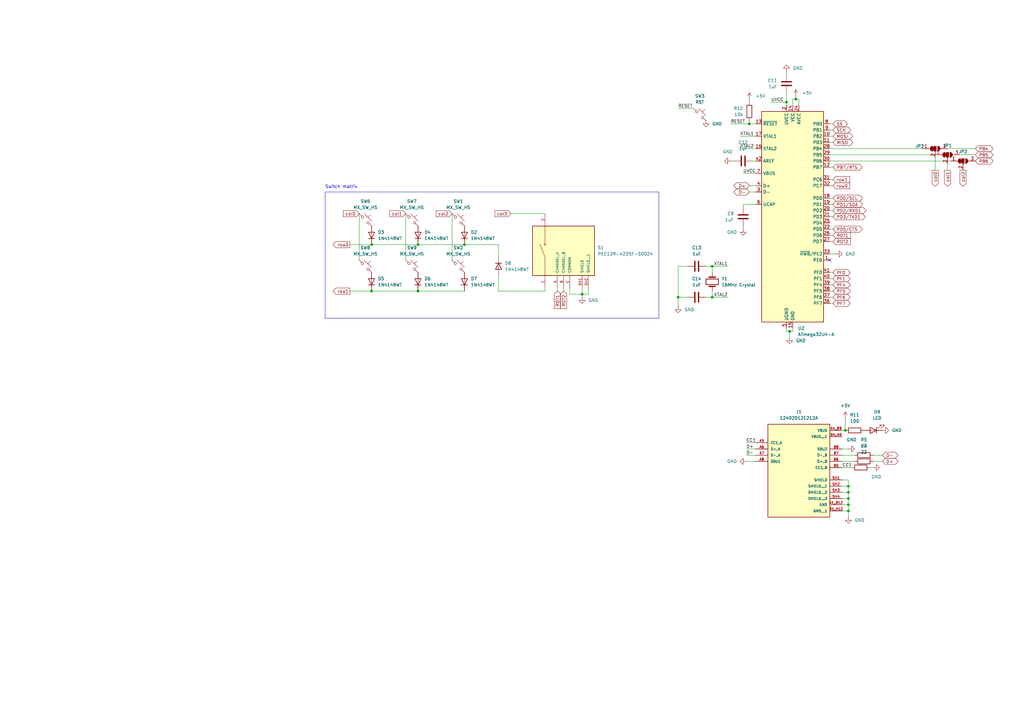
<source format=kicad_sch>
(kicad_sch (version 20250114) (generator "eeschema") (generator_version "9.0")
  (paper "A3")
  (lib_symbols
    (symbol "12402012E212A:12402012E212A" (pin_names (offset 1.016))
      (property "Reference" "J" (at -12.7 13.462 0))
      (property "Value" "12402012E212A" (at -12.7 -26.162 0))
      (symbol "12402012E212A_0_0"
        (rectangle (start -12.7 -25.4) (end 12.7 12.7) (stroke (width 0.254)) (fill (type background)))
        (pin bidirectional line (at -17.78 5.08 0) (length 5.08) (name "CC1_A") (number "A5"))
        (pin bidirectional line (at -17.78 2.54 0) (length 5.08) (name "D+_A") (number "A6"))
        (pin bidirectional line (at -17.78 0 0) (length 5.08) (name "D-_A") (number "A7"))
        (pin bidirectional line (at -17.78 -2.54 0) (length 5.08) (name "SBU1") (number "A8"))
        (pin power_in line (at 17.78 10.16 180) (length 5.08) (name "VBUS") (number "A4_B9"))
        (pin power_in line (at 17.78 7.62 180) (length 5.08) (name "VBUS__1") (number "B4_A9"))
        (pin bidirectional line (at 17.78 2.54 180) (length 5.08) (name "SBU2") (number "B8"))
        (pin bidirectional line (at 17.78 0 180) (length 5.08) (name "D-_B") (number "B7"))
        (pin bidirectional line (at 17.78 -2.54 180) (length 5.08) (name "D+_B") (number "B6"))
        (pin bidirectional line (at 17.78 -5.08 180) (length 5.08) (name "CC1_B") (number "B5"))
        (pin passive line (at 17.78 -10.16 180) (length 5.08) (name "SHIELD") (number "SH1"))
        (pin passive line (at 17.78 -12.7 180) (length 5.08) (name "SHIELD__1") (number "SH2"))
        (pin passive line (at 17.78 -15.24 180) (length 5.08) (name "SHIELD__2") (number "SH3"))
        (pin passive line (at 17.78 -17.78 180) (length 5.08) (name "SHIELD__3") (number "SH4"))
        (pin power_in line (at 17.78 -20.32 180) (length 5.08) (name "GND") (number "A1_B12"))
        (pin power_in line (at 17.78 -22.86 180) (length 5.08) (name "GND__1") (number "B1_A12"))
      )
    )
    (symbol "Device:C" (pin_numbers (hide yes)) (pin_names (offset 0.254))
      (property "Reference" "C" (at 0.635 2.54 0))
      (property "Value" "C" (at 0.635 -2.54 0))
      (symbol "C_0_1"
        (polyline (pts (xy -2.032 0.762) (xy 2.032 0.762)) (stroke (width 0.508)))
        (polyline (pts (xy -2.032 -0.762) (xy 2.032 -0.762)) (stroke (width 0.508)))
      )
      (symbol "C_1_1"
        (pin passive line (at 0 3.81 270) (length 2.794) (name "~") (number "1"))
        (pin passive line (at 0 -3.81 90) (length 2.794) (name "~") (number "2"))
      )
    )
    (symbol "Device:Crystal" (pin_numbers (hide yes)) (pin_names (offset 1.016) (hide yes))
      (property "Reference" "Y" (at 0 3.81 0))
      (property "Value" "Crystal" (at 0 -3.81 0))
      (symbol "Crystal_0_1"
        (polyline (pts (xy -2.54 0) (xy -1.905 0)))
        (polyline (pts (xy -1.905 -1.27) (xy -1.905 1.27)) (stroke (width 0.508)))
        (rectangle (start -1.143 2.54) (end 1.143 -2.54) (stroke (width 0.3048)))
        (polyline (pts (xy 1.905 -1.27) (xy 1.905 1.27)) (stroke (width 0.508)))
        (polyline (pts (xy 2.54 0) (xy 1.905 0)))
      )
      (symbol "Crystal_1_1"
        (pin passive line (at -3.81 0 0) (length 1.27) (name "1") (number "1"))
        (pin passive line (at 3.81 0 180) (length 1.27) (name "2") (number "2"))
      )
    )
    (symbol "Device:LED" (pin_numbers (hide yes)) (pin_names (offset 1.016) (hide yes))
      (property "Reference" "D" (at 0 2.54 0))
      (property "Value" "LED" (at 0 -2.54 0))
      (symbol "LED_0_1"
        (polyline (pts (xy -3.048 -0.762) (xy -4.572 -2.286) (xy -3.81 -2.286) (xy -4.572 -2.286) (xy -4.572 -1.524)))
        (polyline (pts (xy -1.778 -0.762) (xy -3.302 -2.286) (xy -2.54 -2.286) (xy -3.302 -2.286) (xy -3.302 -1.524)))
        (polyline (pts (xy -1.27 0) (xy 1.27 0)))
        (polyline (pts (xy -1.27 -1.27) (xy -1.27 1.27)) (stroke (width 0.254)))
        (polyline (pts (xy 1.27 -1.27) (xy 1.27 1.27) (xy -1.27 0) (xy 1.27 -1.27)) (stroke (width 0.254)))
      )
      (symbol "LED_1_1"
        (pin passive line (at -3.81 0 0) (length 2.54) (name "K") (number "1"))
        (pin passive line (at 3.81 0 180) (length 2.54) (name "A") (number "2"))
      )
    )
    (symbol "Device:R" (pin_numbers (hide yes)) (pin_names (offset 0))
      (property "Reference" "R" (at 2.032 0 90))
      (property "Value" "R" (at 0 0 90))
      (symbol "R_0_1"
        (rectangle (start -1.016 -2.54) (end 1.016 2.54) (stroke (width 0.254)))
      )
      (symbol "R_1_1"
        (pin passive line (at 0 3.81 270) (length 1.27) (name "~") (number "1"))
        (pin passive line (at 0 -3.81 90) (length 1.27) (name "~") (number "2"))
      )
    )
    (symbol "Diode:1N4148WT" (pin_numbers (hide yes)) (pin_names (hide yes))
      (property "Reference" "D" (at 0 2.54 0))
      (property "Value" "1N4148WT" (at 0 -2.54 0))
      (symbol "1N4148WT_0_1"
        (polyline (pts (xy -1.27 1.27) (xy -1.27 -1.27)) (stroke (width 0.254)))
        (polyline (pts (xy 1.27 1.27) (xy 1.27 -1.27) (xy -1.27 0) (xy 1.27 1.27)) (stroke (width 0.254)))
        (polyline (pts (xy 1.27 0) (xy -1.27 0)))
      )
      (symbol "1N4148WT_1_1"
        (pin passive line (at -3.81 0 0) (length 2.54) (name "K") (number "1"))
        (pin passive line (at 3.81 0 180) (length 2.54) (name "A") (number "2"))
      )
    )
    (symbol "Jumper:SolderJumper_3_Bridged12" (pin_names (offset 0) (hide yes)) (in_bom no)
      (property "Reference" "JP" (at -2.54 -2.54 0))
      (property "Value" "SolderJumper_3_Bridged12" (at 0 2.794 0))
      (symbol "SolderJumper_3_Bridged12_0_1"
        (polyline (pts (xy -2.54 0) (xy -2.032 0)))
        (polyline (pts (xy -1.016 1.016) (xy -1.016 -1.016)))
        (rectangle (start -1.016 0.508) (end -0.508 -0.508) (fill (type outline)))
        (arc (start -1.016 -1.016) (mid -2.0276 0) (end -1.016 1.016))
        (arc (start -1.016 -1.016) (mid -2.0276 0) (end -1.016 1.016) (fill (type outline)))
        (rectangle (start -0.508 1.016) (end 0.508 -1.016) (fill (type outline)))
        (polyline (pts (xy 0 -1.27) (xy 0 -1.016)))
        (arc (start 1.016 1.016) (mid 2.0276 0) (end 1.016 -1.016))
        (arc (start 1.016 1.016) (mid 2.0276 0) (end 1.016 -1.016) (fill (type outline)))
        (polyline (pts (xy 1.016 1.016) (xy 1.016 -1.016)))
        (polyline (pts (xy 2.54 0) (xy 2.032 0)))
      )
      (symbol "SolderJumper_3_Bridged12_1_1"
        (pin passive line (at -5.08 0 0) (length 2.54) (name "A") (number "1"))
        (pin passive line (at 0 -3.81 90) (length 2.54) (name "C") (number "2"))
        (pin passive line (at 5.08 0 180) (length 2.54) (name "B") (number "3"))
      )
    )
    (symbol "MCU_Microchip_ATmega:ATmega32U4-A"
      (property "Reference" "U" (at -12.7 44.45 0))
      (property "Value" "ATmega32U4-A" (at 2.54 -44.45 0))
      (symbol "ATmega32U4-A_0_1"
        (rectangle (start -12.7 -43.18) (end 12.7 43.18) (stroke (width 0.254)) (fill (type background)))
      )
      (symbol "ATmega32U4-A_1_1"
        (pin input line (at -15.24 38.1 0) (length 2.54) (name "~{RESET}") (number "13"))
        (pin input line (at -15.24 33.02 0) (length 2.54) (name "XTAL1") (number "17"))
        (pin output line (at -15.24 27.94 0) (length 2.54) (name "XTAL2") (number "16"))
        (pin passive line (at -15.24 22.86 0) (length 2.54) (name "AREF") (number "42"))
        (pin input line (at -15.24 17.78 0) (length 2.54) (name "VBUS") (number "7"))
        (pin bidirectional line (at -15.24 12.7 0) (length 2.54) (name "D+") (number "4"))
        (pin bidirectional line (at -15.24 10.16 0) (length 2.54) (name "D-") (number "3"))
        (pin passive line (at -15.24 5.08 0) (length 2.54) (name "UCAP") (number "6"))
        (pin power_in line (at -2.54 45.72 270) (length 2.54) (name "UVCC") (number "2"))
        (pin passive line (at -2.54 -45.72 90) (length 2.54) (name "UGND") (number "5"))
        (pin power_in line (at 0 45.72 270) (length 2.54) (name "VCC") (number "14"))
        (pin passive line (at 0 45.72 270) (length 2.54) (hide yes) (name "VCC") (number "34"))
        (pin power_in line (at 0 -45.72 90) (length 2.54) (name "GND") (number "15"))
        (pin passive line (at 0 -45.72 90) (length 2.54) (hide yes) (name "GND") (number "23"))
        (pin passive line (at 0 -45.72 90) (length 2.54) (hide yes) (name "GND") (number "35"))
        (pin passive line (at 0 -45.72 90) (length 2.54) (hide yes) (name "GND") (number "43"))
        (pin power_in line (at 2.54 45.72 270) (length 2.54) (name "AVCC") (number "24"))
        (pin passive line (at 2.54 45.72 270) (length 2.54) (hide yes) (name "AVCC") (number "44"))
        (pin bidirectional line (at 15.24 38.1 180) (length 2.54) (name "PB0") (number "8"))
        (pin bidirectional line (at 15.24 35.56 180) (length 2.54) (name "PB1") (number "9"))
        (pin bidirectional line (at 15.24 33.02 180) (length 2.54) (name "PB2") (number "10"))
        (pin bidirectional line (at 15.24 30.48 180) (length 2.54) (name "PB3") (number "11"))
        (pin bidirectional line (at 15.24 27.94 180) (length 2.54) (name "PB4") (number "28"))
        (pin bidirectional line (at 15.24 25.4 180) (length 2.54) (name "PB5") (number "29"))
        (pin bidirectional line (at 15.24 22.86 180) (length 2.54) (name "PB6") (number "30"))
        (pin bidirectional line (at 15.24 20.32 180) (length 2.54) (name "PB7") (number "12"))
        (pin bidirectional line (at 15.24 15.24 180) (length 2.54) (name "PC6") (number "31"))
        (pin bidirectional line (at 15.24 12.7 180) (length 2.54) (name "PC7") (number "32"))
        (pin bidirectional line (at 15.24 7.62 180) (length 2.54) (name "PD0") (number "18"))
        (pin bidirectional line (at 15.24 5.08 180) (length 2.54) (name "PD1") (number "19"))
        (pin bidirectional line (at 15.24 2.54 180) (length 2.54) (name "PD2") (number "20"))
        (pin bidirectional line (at 15.24 0 180) (length 2.54) (name "PD3") (number "21"))
        (pin bidirectional line (at 15.24 -2.54 180) (length 2.54) (name "PD4") (number "25"))
        (pin bidirectional line (at 15.24 -5.08 180) (length 2.54) (name "PD5") (number "22"))
        (pin bidirectional line (at 15.24 -7.62 180) (length 2.54) (name "PD6") (number "26"))
        (pin bidirectional line (at 15.24 -10.16 180) (length 2.54) (name "PD7") (number "27"))
        (pin bidirectional line (at 15.24 -15.24 180) (length 2.54) (name "~{HWB}/PE2") (number "33"))
        (pin bidirectional line (at 15.24 -17.78 180) (length 2.54) (name "PE6") (number "1"))
        (pin bidirectional line (at 15.24 -22.86 180) (length 2.54) (name "PF0") (number "41"))
        (pin bidirectional line (at 15.24 -25.4 180) (length 2.54) (name "PF1") (number "40"))
        (pin bidirectional line (at 15.24 -27.94 180) (length 2.54) (name "PF4") (number "39"))
        (pin bidirectional line (at 15.24 -30.48 180) (length 2.54) (name "PF5") (number "38"))
        (pin bidirectional line (at 15.24 -33.02 180) (length 2.54) (name "PF6") (number "37"))
        (pin bidirectional line (at 15.24 -35.56 180) (length 2.54) (name "PF7") (number "36"))
      )
    )
    (symbol "PCM_marbastlib-mx:MX_SW_HS" (pin_numbers (hide yes)) (pin_names (offset 1.016) (hide yes))
      (property "Reference" "MX" (at 3.048 1.016 0))
      (property "Value" "MX_SW_HS" (at 0 -3.81 0))
      (symbol "MX_SW_HS_0_1"
        (polyline (pts (xy -2.54 2.54) (xy -1.524 1.524) (xy -1.524 1.524)))
        (circle (center -1.1684 1.1684) (radius 0.508))
        (polyline (pts (xy -0.508 2.54) (xy 2.54 -0.508)))
        (polyline (pts (xy 1.016 1.016) (xy 2.032 2.032)))
        (circle (center 1.143 -1.1938) (radius 0.508))
        (polyline (pts (xy 1.524 -1.524) (xy 2.54 -2.54) (xy 2.54 -2.54) (xy 2.54 -2.54)))
        (pin passive line (at -2.54 2.54 0) (length 0) (name "1") (number "1"))
        (pin passive line (at 2.54 -2.54 180) (length 0) (name "2") (number "2"))
      )
    )
    (symbol "PEC12R-4225F-S0024:PEC12R-4225F-S0024" (pin_names (offset 1.016))
      (property "Reference" "S" (at -10.16 10.795 0))
      (property "Value" "PEC12R-4225F-S0024" (at -10.16 -17.78 0))
      (symbol "PEC12R-4225F-S0024_0_0"
        (rectangle (start -10.16 -15.24) (end 10.16 10.16) (stroke (width 0.254)) (fill (type background)))
        (polyline (pts (xy -2.54 5.08) (xy -10.16 5.08)) (stroke (width 0.1524)))
        (polyline (pts (xy -2.54 5.08) (xy 2.794 7.2136)) (stroke (width 0.1524)))
        (circle (center 2.54 5.08) (radius 0.3302) (stroke (width 0.1524)))
        (polyline (pts (xy 10.16 5.08) (xy 2.921 5.08)) (stroke (width 0.1524)))
        (pin passive line (at -15.24 5.08 0) (length 5.08) (name "~") (number "1"))
        (pin passive line (at -15.24 0 0) (length 5.08) (name "CHANNEL_A") (number "A"))
        (pin passive line (at -15.24 -2.54 0) (length 5.08) (name "CHANNEL_B") (number "B"))
        (pin passive line (at -15.24 -5.08 0) (length 5.08) (name "COMMON") (number "C"))
        (pin passive line (at -15.24 -10.16 0) (length 5.08) (name "SHIELD") (number "SH1"))
        (pin passive line (at -15.24 -12.7 0) (length 5.08) (name "SHIELD__1") (number "SH2"))
        (pin passive line (at 15.24 5.08 180) (length 5.08) (name "~") (number "2"))
      )
    )
    (symbol "Switch:SW_Push_45deg" (pin_numbers (hide yes)) (pin_names (offset 1.016) (hide yes))
      (property "Reference" "SW" (at 3.048 1.016 0))
      (property "Value" "SW_Push_45deg" (at 0 -3.81 0))
      (symbol "SW_Push_45deg_0_1"
        (polyline (pts (xy -2.54 2.54) (xy -1.524 1.524) (xy -1.524 1.524)))
        (circle (center -1.1684 1.1684) (radius 0.508))
        (polyline (pts (xy -0.508 2.54) (xy 2.54 -0.508)))
        (polyline (pts (xy 1.016 1.016) (xy 2.032 2.032)))
        (circle (center 1.143 -1.1938) (radius 0.508))
        (polyline (pts (xy 1.524 -1.524) (xy 2.54 -2.54) (xy 2.54 -2.54) (xy 2.54 -2.54)))
        (pin passive line (at -2.54 2.54 0) (length 0) (name "1") (number "1"))
        (pin passive line (at 2.54 -2.54 180) (length 0) (name "2") (number "2"))
      )
    )
    (symbol "power:+5V" (power) (pin_numbers (hide yes)) (pin_names (offset 0) (hide yes))
      (property "Value" "+5V" (at 0 3.556 0))
      (symbol "+5V_0_1"
        (polyline (pts (xy -0.762 1.27) (xy 0 2.54)))
        (polyline (pts (xy 0 2.54) (xy 0.762 1.27)))
        (polyline (pts (xy 0 0) (xy 0 2.54)))
      )
      (symbol "+5V_1_1"
        (pin power_in line (at 0 0 90) (length 0) (name "~") (number "1"))
      )
    )
    (symbol "power:GND" (power) (pin_numbers (hide yes)) (pin_names (offset 0) (hide yes))
      (property "Value" "GND" (at 0 -3.81 0))
      (symbol "GND_0_1"
        (polyline (pts (xy 0 0) (xy 0 -1.27) (xy 1.27 -1.27) (xy 0 -2.54) (xy -1.27 -1.27) (xy 0 -1.27)))
      )
      (symbol "GND_1_1"
        (pin power_in line (at 0 0 270) (length 0) (name "~") (number "1"))
      )
    )
  )
  (rectangle (start 133.35 78.74) (end 270.256 130.556))
  (text "Switch matrix" (at 133.35 77.47 0) (effects (font (size 1.27 1.27)) (justify left bottom)))
  (junction (at 347.98 209.55))
  (junction (at 323.85 135.89))
  (junction (at 307.34 50.8))
  (junction (at 171.45 100.33))
  (junction (at 238.76 120.65))
  (junction (at 190.5 100.33))
  (junction (at 326.39 40.64))
  (junction (at 292.1 109.22))
  (junction (at 171.45 119.38))
  (junction (at 292.1 121.92))
  (junction (at 347.98 204.47))
  (junction (at 346.71 176.53))
  (junction (at 347.98 199.39))
  (junction (at 278.13 121.92))
  (junction (at 347.98 207.01))
  (junction (at 347.98 201.93))
  (junction (at 322.58 41.91))
  (junction (at 152.4 100.33))
  (junction (at 152.4 119.38))
  (no_connect (at 340.36 106.68))
  (wire (pts (xy 233.68 120.65) (xy 238.76 120.65)))
  (wire (pts (xy 345.44 186.69) (xy 350.52 186.69)))
  (wire (pts (xy 341.63 83.82) (xy 340.36 83.82)))
  (wire (pts (xy 307.34 78.74) (xy 309.88 78.74)))
  (wire (pts (xy 303.53 55.88) (xy 309.88 55.88)))
  (wire (pts (xy 345.44 189.23) (xy 350.52 189.23)))
  (wire (pts (xy 147.32 87.63) (xy 147.32 106.68)))
  (wire (pts (xy 281.94 121.92) (xy 278.13 121.92)))
  (wire (pts (xy 340.36 58.42) (xy 341.63 58.42)))
  (wire (pts (xy 340.36 55.88) (xy 341.63 55.88)))
  (wire (pts (xy 327.66 43.18) (xy 327.66 40.64)))
  (wire (pts (xy 340.36 63.5) (xy 383.54 63.5)))
  (wire (pts (xy 347.98 209.55) (xy 347.98 212.09)))
  (wire (pts (xy 349.25 191.77) (xy 345.44 191.77)))
  (wire (pts (xy 340.36 116.84) (xy 341.63 116.84)))
  (wire (pts (xy 341.63 76.2) (xy 340.36 76.2)))
  (wire (pts (xy 345.44 204.47) (xy 347.98 204.47)))
  (wire (pts (xy 143.51 100.33) (xy 152.4 100.33)))
  (wire (pts (xy 340.36 93.98) (xy 341.63 93.98)))
  (wire (pts (xy 345.44 196.85) (xy 347.98 196.85)))
  (wire (pts (xy 341.63 96.52) (xy 340.36 96.52)))
  (wire (pts (xy 325.12 134.62) (xy 325.12 135.89)))
  (wire (pts (xy 322.58 134.62) (xy 322.58 135.89)))
  (wire (pts (xy 241.3 118.11) (xy 241.3 120.65)))
  (wire (pts (xy 340.36 53.34) (xy 341.63 53.34)))
  (wire (pts (xy 304.8 85.09) (xy 304.8 83.82)))
  (wire (pts (xy 304.8 92.71) (xy 304.8 93.98)))
  (wire (pts (xy 231.14 118.11) (xy 231.14 119.38)))
  (wire (pts (xy 340.36 104.14) (xy 342.9 104.14)))
  (wire (pts (xy 326.39 40.64) (xy 325.12 40.64)))
  (wire (pts (xy 322.58 29.21) (xy 322.58 30.48)))
  (wire (pts (xy 292.1 109.22) (xy 292.1 111.76)))
  (wire (pts (xy 346.71 171.45) (xy 346.71 176.53)))
  (wire (pts (xy 299.72 50.8) (xy 307.34 50.8)))
  (wire (pts (xy 322.58 38.1) (xy 322.58 41.91)))
  (wire (pts (xy 307.34 40.64) (xy 307.34 41.91)))
  (wire (pts (xy 325.12 40.64) (xy 325.12 43.18)))
  (wire (pts (xy 322.58 135.89) (xy 323.85 135.89)))
  (wire (pts (xy 289.56 109.22) (xy 292.1 109.22)))
  (wire (pts (xy 340.36 50.8) (xy 341.63 50.8)))
  (wire (pts (xy 327.66 40.64) (xy 326.39 40.64)))
  (wire (pts (xy 340.36 124.46) (xy 341.63 124.46)))
  (wire (pts (xy 143.51 119.38) (xy 152.4 119.38)))
  (wire (pts (xy 307.34 50.8) (xy 309.88 50.8)))
  (wire (pts (xy 393.7 63.5) (xy 400.05 63.5)))
  (wire (pts (xy 292.1 119.38) (xy 292.1 121.92)))
  (wire (pts (xy 304.8 71.12) (xy 309.88 71.12)))
  (wire (pts (xy 340.36 86.36) (xy 341.63 86.36)))
  (wire (pts (xy 340.36 66.04) (xy 389.89 66.04)))
  (wire (pts (xy 340.36 121.92) (xy 341.63 121.92)))
  (wire (pts (xy 278.13 121.92) (xy 278.13 125.73)))
  (wire (pts (xy 340.36 60.96) (xy 378.46 60.96)))
  (wire (pts (xy 298.45 109.22) (xy 292.1 109.22)))
  (wire (pts (xy 347.98 204.47) (xy 347.98 207.01)))
  (wire (pts (xy 238.76 118.11) (xy 238.76 120.65)))
  (wire (pts (xy 347.98 199.39) (xy 347.98 201.93)))
  (wire (pts (xy 238.76 121.92) (xy 238.76 120.65)))
  (wire (pts (xy 345.44 207.01) (xy 347.98 207.01)))
  (wire (pts (xy 340.36 114.3) (xy 341.63 114.3)))
  (wire (pts (xy 209.55 87.63) (xy 223.52 87.63)))
  (wire (pts (xy 171.45 119.38) (xy 190.5 119.38)))
  (wire (pts (xy 358.14 191.77) (xy 356.87 191.77)))
  (wire (pts (xy 340.36 81.28) (xy 341.63 81.28)))
  (wire (pts (xy 303.53 60.96) (xy 309.88 60.96)))
  (wire (pts (xy 307.34 76.2) (xy 309.88 76.2)))
  (wire (pts (xy 323.85 135.89) (xy 323.85 138.43)))
  (wire (pts (xy 347.98 207.01) (xy 347.98 209.55)))
  (wire (pts (xy 292.1 121.92) (xy 289.56 121.92)))
  (wire (pts (xy 152.4 100.33) (xy 171.45 100.33)))
  (wire (pts (xy 278.13 44.45) (xy 284.48 44.45)))
  (wire (pts (xy 347.98 201.93) (xy 347.98 204.47)))
  (wire (pts (xy 306.07 181.61) (xy 309.88 181.61)))
  (wire (pts (xy 241.3 120.65) (xy 238.76 120.65)))
  (wire (pts (xy 322.58 41.91) (xy 322.58 43.18)))
  (wire (pts (xy 340.4059 119.38) (xy 341.6759 119.38)))
  (wire (pts (xy 345.44 184.15) (xy 347.98 184.15)))
  (wire (pts (xy 228.6 119.38) (xy 228.6 118.11)))
  (wire (pts (xy 361.95 186.69) (xy 358.14 186.69)))
  (wire (pts (xy 345.44 209.55) (xy 347.98 209.55)))
  (wire (pts (xy 278.13 109.22) (xy 278.13 121.92)))
  (wire (pts (xy 233.68 118.11) (xy 233.68 120.65)))
  (wire (pts (xy 340.36 88.9) (xy 341.63 88.9)))
  (wire (pts (xy 383.54 64.77) (xy 383.54 69.85)))
  (wire (pts (xy 292.1 121.92) (xy 298.45 121.92)))
  (wire (pts (xy 304.8 83.82) (xy 309.88 83.82)))
  (wire (pts (xy 306.07 189.23) (xy 309.88 189.23)))
  (wire (pts (xy 185.42 87.63) (xy 185.42 106.68)))
  (wire (pts (xy 361.95 189.23) (xy 358.14 189.23)))
  (wire (pts (xy 326.39 39.37) (xy 326.39 40.64)))
  (wire (pts (xy 166.37 87.63) (xy 166.37 106.68)))
  (wire (pts (xy 340.36 111.76) (xy 341.63 111.76)))
  (wire (pts (xy 204.47 113.03) (xy 204.47 119.38)))
  (wire (pts (xy 341.63 73.66) (xy 340.36 73.66)))
  (wire (pts (xy 388.62 60.96) (xy 400.05 60.96)))
  (wire (pts (xy 307.34 49.53) (xy 307.34 50.8)))
  (wire (pts (xy 204.47 100.33) (xy 204.47 105.41)))
  (wire (pts (xy 278.13 109.22) (xy 281.94 109.22)))
  (wire (pts (xy 204.47 100.33) (xy 190.5 100.33)))
  (wire (pts (xy 340.36 68.58) (xy 341.63 68.58)))
  (wire (pts (xy 316.23 41.91) (xy 322.58 41.91)))
  (wire (pts (xy 306.07 184.15) (xy 309.88 184.15)))
  (wire (pts (xy 341.63 99.06) (xy 340.36 99.06)))
  (wire (pts (xy 306.07 186.69) (xy 309.88 186.69)))
  (wire (pts (xy 223.52 119.38) (xy 223.52 118.11)))
  (wire (pts (xy 308.61 66.04) (xy 309.88 66.04)))
  (wire (pts (xy 388.62 67.31) (xy 388.62 69.85)))
  (wire (pts (xy 204.47 119.38) (xy 223.52 119.38)))
  (wire (pts (xy 346.71 176.53) (xy 345.44 176.53)))
  (wire (pts (xy 152.4 119.38) (xy 171.45 119.38)))
  (wire (pts (xy 345.44 199.39) (xy 347.98 199.39)))
  (wire (pts (xy 345.44 201.93) (xy 347.98 201.93)))
  (wire (pts (xy 299.72 66.04) (xy 300.99 66.04)))
  (wire (pts (xy 347.98 196.85) (xy 347.98 199.39)))
  (wire (pts (xy 325.12 135.89) (xy 323.85 135.89)))
  (wire (pts (xy 171.45 100.33) (xy 190.5 100.33)))
  (label "UVCC" (at 316.23 41.91 0))
  (label "XTAL2" (at 303.53 60.96 0))
  (label "D-" (at 306.07 186.69 0))
  (label "RESET" (at 299.72 50.8 0))
  (label "CC1" (at 306.07 181.61 0))
  (label "RESET" (at 278.13 44.45 0))
  (label "UVCC" (at 304.8 71.12 0))
  (label "CC1" (at 345.44 191.77 0))
  (label "XTAL1" (at 298.45 109.22 180))
  (label "XTAL1" (at 303.53 55.88 0))
  (label "D+" (at 306.07 184.15 0))
  (label "XTAL2" (at 298.45 121.92 180))
  (global_label "PB6" (shape bidirectional) (at 400.05 66.04 0) (property "Intersheetrefs" "${INTERSHEET_REFS}" (effects (hide yes))))
  (global_label "col2" (shape output) (at 394.97 69.85 270) (property "Intersheetrefs" "${INTERSHEET_REFS}" (effects (hide yes))))
  (global_label "PD1{slash}SDA" (shape bidirectional) (at 341.63 83.82 0) (property "Intersheetrefs" "${INTERSHEET_REFS}" (effects (hide yes))))
  (global_label "col0" (shape output) (at 383.54 69.85 270) (property "Intersheetrefs" "${INTERSHEET_REFS}" (effects (hide yes))))
  (global_label "PF6" (shape bidirectional) (at 341.63 121.92 0) (property "Intersheetrefs" "${INTERSHEET_REFS}" (effects (hide yes))))
  (global_label "col2" (shape input) (at 185.42 87.63 180) (property "Intersheetrefs" "${INTERSHEET_REFS}" (effects (hide yes))))
  (global_label "col1" (shape input) (at 166.37 87.63 180) (property "Intersheetrefs" "${INTERSHEET_REFS}" (effects (hide yes))))
  (global_label "PB7{slash}RTS" (shape bidirectional) (at 341.63 68.58 0) (property "Intersheetrefs" "${INTERSHEET_REFS}" (effects (hide yes))))
  (global_label "PB5" (shape bidirectional) (at 400.05 63.5 0) (property "Intersheetrefs" "${INTERSHEET_REFS}" (effects (hide yes))))
  (global_label "MOSI" (shape bidirectional) (at 341.63 55.88 0) (property "Intersheetrefs" "${INTERSHEET_REFS}" (effects (hide yes))))
  (global_label "row1" (shape input) (at 341.63 73.66 0) (property "Intersheetrefs" "${INTERSHEET_REFS}" (effects (hide yes))))
  (global_label "PD2{slash}RXD1" (shape bidirectional) (at 341.63 86.36 0) (property "Intersheetrefs" "${INTERSHEET_REFS}" (effects (hide yes))))
  (global_label "D+" (shape bidirectional) (at 361.95 189.23 0) (property "Intersheetrefs" "${INTERSHEET_REFS}" (effects (hide yes))))
  (global_label "row0" (shape output) (at 143.51 100.33 180) (property "Intersheetrefs" "${INTERSHEET_REFS}" (effects (hide yes))))
  (global_label "row0" (shape input) (at 341.63 76.2 0) (property "Intersheetrefs" "${INTERSHEET_REFS}" (effects (hide yes))))
  (global_label "col0" (shape input) (at 147.32 87.63 180) (property "Intersheetrefs" "${INTERSHEET_REFS}" (effects (hide yes))))
  (global_label "ROT2" (shape input) (at 341.63 99.06 0) (property "Intersheetrefs" "${INTERSHEET_REFS}" (effects (hide yes))))
  (global_label "D-" (shape bidirectional) (at 307.34 78.74 180) (property "Intersheetrefs" "${INTERSHEET_REFS}" (effects (hide yes))))
  (global_label "D-" (shape bidirectional) (at 361.95 186.69 0) (property "Intersheetrefs" "${INTERSHEET_REFS}" (effects (hide yes))))
  (global_label "col1" (shape output) (at 388.62 69.85 270) (property "Intersheetrefs" "${INTERSHEET_REFS}" (effects (hide yes))))
  (global_label "col3" (shape input) (at 209.55 87.63 180) (property "Intersheetrefs" "${INTERSHEET_REFS}" (effects (hide yes))))
  (global_label "PF7" (shape bidirectional) (at 341.63 124.46 0) (property "Intersheetrefs" "${INTERSHEET_REFS}" (effects (hide yes))))
  (global_label "PD0{slash}SCL" (shape bidirectional) (at 341.63 81.28 0) (property "Intersheetrefs" "${INTERSHEET_REFS}" (effects (hide yes))))
  (global_label "PF5" (shape bidirectional) (at 341.6759 119.38 0) (property "Intersheetrefs" "${INTERSHEET_REFS}" (effects (hide yes))))
  (global_label "PF0" (shape bidirectional) (at 341.63 111.76 0) (property "Intersheetrefs" "${INTERSHEET_REFS}" (effects (hide yes))))
  (global_label "D+" (shape bidirectional) (at 307.34 76.2 180) (property "Intersheetrefs" "${INTERSHEET_REFS}" (effects (hide yes))))
  (global_label "ROT2" (shape input) (at 231.14 119.38 270) (property "Intersheetrefs" "${INTERSHEET_REFS}" (effects (hide yes))))
  (global_label "PD5{slash}CTS" (shape bidirectional) (at 341.63 93.98 0) (property "Intersheetrefs" "${INTERSHEET_REFS}" (effects (hide yes))))
  (global_label "SS" (shape bidirectional) (at 341.63 50.8 0) (property "Intersheetrefs" "${INTERSHEET_REFS}" (effects (hide yes))))
  (global_label "ROT1" (shape input) (at 341.63 96.52 0) (property "Intersheetrefs" "${INTERSHEET_REFS}" (effects (hide yes))))
  (global_label "MISO" (shape bidirectional) (at 341.63 58.42 0) (property "Intersheetrefs" "${INTERSHEET_REFS}" (effects (hide yes))))
  (global_label "row1" (shape output) (at 143.51 119.38 180) (property "Intersheetrefs" "${INTERSHEET_REFS}" (effects (hide yes))))
  (global_label "PF1" (shape bidirectional) (at 341.63 114.3 0) (property "Intersheetrefs" "${INTERSHEET_REFS}" (effects (hide yes))))
  (global_label "SCK" (shape bidirectional) (at 341.63 53.34 0) (property "Intersheetrefs" "${INTERSHEET_REFS}" (effects (hide yes))))
  (global_label "PF4" (shape bidirectional) (at 341.63 116.84 0) (property "Intersheetrefs" "${INTERSHEET_REFS}" (effects (hide yes))))
  (global_label "PB4" (shape bidirectional) (at 400.05 60.96 0) (property "Intersheetrefs" "${INTERSHEET_REFS}" (effects (hide yes))))
  (global_label "ROT1" (shape input) (at 228.6 119.38 270) (property "Intersheetrefs" "${INTERSHEET_REFS}" (effects (hide yes))))
  (global_label "PD3{slash}TXD1" (shape bidirectional) (at 341.63 88.9 0) (property "Intersheetrefs" "${INTERSHEET_REFS}" (effects (hide yes))))
  (symbol (lib_id "PEC12R-4225F-S0024:PEC12R-4225F-S0024") (at 228.6 102.87 90) (unit 1)
    (property "Reference" "S1" (at 245.11 101.5999 90) (effects (justify right)))
    (property "Value" "PEC12R-4225F-S0024" (at 245.11 104.1399 90) (effects (justify right)))
    (property "Footprint" "PEC12R_4225F_S0024:XDCR_PEC12R-4225F-S0024" (effects (hide yes)))
    (property "PARTREV" "07/21" (effects (hide yes)))
    (property "MANUFACTURER" "Bourns" (effects (hide yes)))
    (property "MAXIMUM_PACKAGE_HEIGHT" "20.5mm" (effects (hide yes)))
    (property "STANDARD" "Manufacturer recommendations" (effects (hide yes)))
  )
  (symbol (lib_id "power:+5V") (at 346.71 171.45 0) (unit 1)
    (property "Reference" "#PWR025" (effects (hide yes)))
    (property "Value" "+5V" (at 346.71 166.37 0))
    (property "Description" "Power symbol creates a global label with name \"+5V\"" (effects (hide yes)))
  )
  (symbol (lib_id "Device:R") (at 350.52 176.53 90) (unit 1)
    (property "Reference" "R11" (at 350.52 170.18 90))
    (property "Value" "100" (at 350.52 172.72 90))
    (property "Footprint" "Resistor_SMD:R_0805_2012Metric_Pad1.20x1.40mm_HandSolder" (effects (hide yes)))
    (property "Description" "Resistor" (effects (hide yes)))
  )
  (symbol (lib_id "power:GND") (at 361.95 176.53 90) (unit 1)
    (property "Reference" "#PWR024" (effects (hide yes)))
    (property "Value" "GND" (at 365.76 176.5299 90) (effects (justify right)))
    (property "Description" "Power symbol creates a global label with name \"GND\" , ground" (effects (hide yes)))
  )
  (symbol (lib_id "Jumper:SolderJumper_3_Bridged12") (at 383.54 60.96 0) (unit 1) (in_bom no)
    (property "Reference" "JP3" (at 377.19 59.944 0))
    (property "Value" "SolderJumper_3_Bridged12" (effects (hide yes)))
    (property "Footprint" "Jumper:SolderJumper-3_P1.3mm_Bridged12_RoundedPad1.0x1.5mm_NumberLabels" (effects (hide yes)))
    (property "Description" "3-pole Solder Jumper, pins 1+2 closed/bridged" (effects (hide yes)))
  )
  (symbol (lib_id "power:GND") (at 347.98 212.09 0) (unit 1)
    (property "Reference" "#PWR04" (effects (hide yes)))
    (property "Value" "GND" (at 350.52 213.3599 0) (effects (justify left)))
    (property "Description" "Power symbol creates a global label with name \"GND\" , ground" (effects (hide yes)))
  )
  (symbol (lib_id "Device:R") (at 307.34 45.72 180) (unit 1)
    (property "Reference" "R12" (at 304.8 44.4499 0) (effects (justify left)))
    (property "Value" "10k" (at 304.8 46.9899 0) (effects (justify left)))
    (property "Footprint" "Resistor_SMD:R_0805_2012Metric_Pad1.20x1.40mm_HandSolder" (effects (hide yes)))
    (property "Description" "Resistor" (effects (hide yes)))
  )
  (symbol (lib_id "Device:LED") (at 358.14 176.53 180) (unit 1)
    (property "Reference" "D9" (at 359.7275 168.91 0))
    (property "Value" "LED" (at 359.7275 171.45 0))
    (property "Footprint" "LED_SMD:LED_0603_1608Metric_Pad1.05x0.95mm_HandSolder" (effects (hide yes)))
    (property "Description" "Light emitting diode" (effects (hide yes)))
    (property "Sim.Pins" "1=K 2=A" (effects (hide yes)))
  )
  (symbol (lib_id "power:GND") (at 304.8 93.98 0) (unit 1)
    (property "Reference" "#PWR029" (effects (hide yes)))
    (property "Value" "GND" (at 302.26 95.2499 0) (effects (justify right)))
    (property "Description" "Power symbol creates a global label with name \"GND\" , ground" (effects (hide yes)))
  )
  (symbol (lib_id "Switch:SW_Push_45deg") (at 287.02 46.99 0) (unit 1)
    (property "Reference" "SW3" (at 287.02 39.37 0))
    (property "Value" "RST" (at 287.02 41.91 0))
    (property "Footprint" "Button_Switch_SMD:SW_Tactile_SPST_NO_Straight_CK_PTS636Sx25SMTRLFS" (effects (hide yes)))
  )
  (symbol (lib_id "Jumper:SolderJumper_3_Bridged12") (at 394.97 66.04 0) (unit 1) (in_bom no)
    (property "Reference" "JP2" (at 394.97 62.23 0))
    (property "Value" "SolderJumper_3_Bridged12" (effects (hide yes)))
    (property "Footprint" "Jumper:SolderJumper-3_P1.3mm_Bridged12_RoundedPad1.0x1.5mm_NumberLabels" (effects (hide yes)))
    (property "Description" "3-pole Solder Jumper, pins 1+2 closed/bridged" (effects (hide yes)))
  )
  (symbol (lib_id "PCM_marbastlib-mx:MX_SW_HS") (at 149.86 90.17 0) (unit 1)
    (property "Reference" "SW6" (at 149.86 82.55 0))
    (property "Value" "MX_SW_HS" (at 149.86 85.09 0))
    (property "Footprint" "keyswitches:Kailh_socket_MX" (effects (hide yes)))
  )
  (symbol (lib_id "power:GND") (at 322.58 29.21 180) (unit 1)
    (property "Reference" "#PWR028" (effects (hide yes)))
    (property "Value" "GND" (at 325.12 27.9399 0) (effects (justify right)))
    (property "Description" "Power symbol creates a global label with name \"GND\" , ground" (effects (hide yes)))
  )
  (symbol (lib_id "MCU_Microchip_ATmega:ATmega32U4-A") (at 325.12 88.9 0) (unit 1)
    (property "Reference" "U2" (at 327.2633 134.62 0) (effects (justify left)))
    (property "Value" "ATmega32U4-A" (at 327.2633 137.16 0) (effects (justify left)))
    (property "Footprint" "Package_QFP:TQFP-44_10x10mm_P0.8mm" (effects (hide yes)))
    (property "Datasheet" "http://ww1.microchip.com/downloads/en/DeviceDoc/Atmel-7766-8-bit-AVR-ATmega16U4-32U4_Datasheet.pdf" (effects (hide yes)))
    (property "Description" "16MHz, 32kB Flash, 2.5kB SRAM, 1kB EEPROM, USB 2.0, TQFP-44" (effects (hide yes)))
  )
  (symbol (lib_id "Jumper:SolderJumper_3_Bridged12") (at 388.62 63.5 0) (unit 1) (in_bom no)
    (property "Reference" "JP1" (at 388.62 59.69 0))
    (property "Value" "SolderJumper_3_Bridged12" (effects (hide yes)))
    (property "Footprint" "Jumper:SolderJumper-3_P1.3mm_Bridged12_RoundedPad1.0x1.5mm_NumberLabels" (effects (hide yes)))
    (property "Description" "3-pole Solder Jumper, pins 1+2 closed/bridged" (effects (hide yes)))
  )
  (symbol (lib_id "Diode:1N4148WT") (at 152.4 115.57 90) (unit 1)
    (property "Reference" "D5" (at 154.94 114.2999 90) (effects (justify right)))
    (property "Value" "1N4148WT" (at 154.94 116.8399 90) (effects (justify right)))
    (property "Footprint" "Diode_SMD:D_SOD-323F" (effects (hide yes)))
    (property "Datasheet" "https://www.diodes.com/assets/Datasheets/ds30396.pdf" (effects (hide yes)))
  )
  (symbol (lib_id "power:GND") (at 278.13 125.73 0) (unit 1)
    (property "Reference" "#PWR035" (effects (hide yes)))
    (property "Value" "GND" (at 280.67 126.9999 0) (effects (justify left)))
    (property "Description" "Power symbol creates a global label with name \"GND\" , ground" (effects (hide yes)))
  )
  (symbol (lib_id "Device:C") (at 285.75 121.92 270) (unit 1)
    (property "Reference" "C14" (at 285.75 114.3 90))
    (property "Value" "1uF" (at 285.75 116.84 90))
    (property "Footprint" "Capacitor_SMD:C_0805_2012Metric_Pad1.18x1.45mm_HandSolder" (effects (hide yes)))
    (property "Description" "Unpolarized capacitor" (effects (hide yes)))
  )
  (symbol (lib_id "Device:R") (at 354.33 189.23 270) (unit 1)
    (property "Reference" "R4" (at 354.33 182.88 90))
    (property "Value" "22" (at 354.33 185.42 90))
    (property "Footprint" "Resistor_SMD:R_0805_2012Metric_Pad1.20x1.40mm_HandSolder" (effects (hide yes)))
    (property "Description" "Resistor" (effects (hide yes)))
  )
  (symbol (lib_id "PCM_marbastlib-mx:MX_SW_HS") (at 187.96 109.22 0) (unit 1)
    (property "Reference" "SW2" (at 187.96 101.6 0))
    (property "Value" "MX_SW_HS" (at 187.96 104.14 0))
    (property "Footprint" "keyswitches:Kailh_socket_MX" (effects (hide yes)))
  )
  (symbol (lib_id "PCM_marbastlib-mx:MX_SW_HS") (at 168.91 109.22 0) (unit 1)
    (property "Reference" "SW9" (at 168.91 101.6 0))
    (property "Value" "MX_SW_HS" (at 168.91 104.14 0))
    (property "Footprint" "keyswitches:Kailh_socket_MX" (effects (hide yes)))
  )
  (symbol (lib_id "PCM_marbastlib-mx:MX_SW_HS") (at 149.86 109.22 0) (unit 1)
    (property "Reference" "SW8" (at 149.86 101.6 0))
    (property "Value" "MX_SW_HS" (at 149.86 104.14 0))
    (property "Footprint" "keyswitches:Kailh_socket_MX" (effects (hide yes)))
  )
  (symbol (lib_id "Device:C") (at 322.58 34.29 180) (unit 1)
    (property "Reference" "C11" (at 318.77 33.0199 0) (effects (justify left)))
    (property "Value" "1uF" (at 318.77 35.5599 0) (effects (justify left)))
    (property "Footprint" "Capacitor_SMD:C_0805_2012Metric_Pad1.18x1.45mm_HandSolder" (effects (hide yes)))
    (property "Description" "Unpolarized capacitor" (effects (hide yes)))
  )
  (symbol (lib_id "power:GND") (at 347.98 184.15 90) (unit 1)
    (property "Reference" "#PWR06" (effects (hide yes)))
    (property "Value" "GND" (at 349.25 180.34 90))
    (property "Description" "Power symbol creates a global label with name \"GND\" , ground" (effects (hide yes)))
  )
  (symbol (lib_id "Diode:1N4148WT") (at 204.47 109.22 270) (unit 1)
    (property "Reference" "D8" (at 207.01 107.9499 90) (effects (justify left)))
    (property "Value" "1N4148WT" (at 207.01 110.4899 90) (effects (justify left)))
    (property "Footprint" "Diode_SMD:D_SOD-323F" (effects (hide yes)))
    (property "Datasheet" "https://www.diodes.com/assets/Datasheets/ds30396.pdf" (effects (hide yes)))
  )
  (symbol (lib_id "Diode:1N4148WT") (at 190.5 115.57 90) (unit 1)
    (property "Reference" "D7" (at 193.04 114.2999 90) (effects (justify right)))
    (property "Value" "1N4148WT" (at 193.04 116.8399 90) (effects (justify right)))
    (property "Footprint" "Diode_SMD:D_SOD-323F" (effects (hide yes)))
    (property "Datasheet" "https://www.diodes.com/assets/Datasheets/ds30396.pdf" (effects (hide yes)))
  )
  (symbol (lib_id "12402012E212A:12402012E212A") (at 327.66 186.69 0) (unit 1)
    (property "Reference" "J1" (at 327.66 168.91 0))
    (property "Value" "12402012E212A" (at 327.66 171.45 0))
    (property "Footprint" "12402012E212A:AMPHENOL_12402012E212A" (effects (hide yes)))
    (property "PARTREV" "4" (effects (hide yes)))
    (property "STANDARD" "Manufacturer Recommendations" (effects (hide yes)))
    (property "MAXIMUM_PACKAGE_HEIGHT" "3.26 mm" (effects (hide yes)))
    (property "MANUFACTURER" "Amphenol" (effects (hide yes)))
  )
  (symbol (lib_id "power:GND") (at 299.72 66.04 270) (unit 1)
    (property "Reference" "#PWR031" (effects (hide yes)))
    (property "Value" "GND" (at 298.45 62.23 90))
    (property "Description" "Power symbol creates a global label with name \"GND\" , ground" (effects (hide yes)))
  )
  (symbol (lib_id "power:+5V") (at 326.39 39.37 0) (unit 1)
    (property "Reference" "#PWR027" (effects (hide yes)))
    (property "Value" "+5V" (at 328.93 38.0999 0) (effects (justify left)))
    (property "Description" "Power symbol creates a global label with name \"+5V\"" (effects (hide yes)))
  )
  (symbol (lib_id "Device:C") (at 285.75 109.22 270) (unit 1)
    (property "Reference" "C13" (at 285.75 101.6 90))
    (property "Value" "1uF" (at 285.75 104.14 90))
    (property "Footprint" "Capacitor_SMD:C_0805_2012Metric_Pad1.18x1.45mm_HandSolder" (effects (hide yes)))
    (property "Description" "Unpolarized capacitor" (effects (hide yes)))
  )
  (symbol (lib_id "Device:Crystal") (at 292.1 115.57 90) (unit 1)
    (property "Reference" "Y1" (at 295.91 114.2999 90) (effects (justify right)))
    (property "Value" "16MHz Crystal" (at 295.91 116.8399 90) (effects (justify right)))
    (property "Description" "Two pin crystal" (effects (hide yes)))
  )
  (symbol (lib_id "power:GND") (at 238.76 121.92 0) (unit 1)
    (property "Reference" "#PWR013" (effects (hide yes)))
    (property "Value" "GND" (at 241.3 123.1899 0) (effects (justify left)))
    (property "Description" "Power symbol creates a global label with name \"GND\" , ground" (effects (hide yes)))
  )
  (symbol (lib_id "power:GND") (at 289.56 49.53 0) (mirror y) (unit 1)
    (property "Reference" "#PWR034" (effects (hide yes)))
    (property "Value" "GND" (at 292.1 50.7999 0) (effects (justify right)))
  )
  (symbol (lib_id "Device:R") (at 353.06 191.77 90) (unit 1)
    (property "Reference" "R3" (effects (hide yes)))
    (property "Value" "4.7k" (effects (hide yes)))
    (property "Footprint" "Resistor_SMD:R_0805_2012Metric_Pad1.20x1.40mm_HandSolder" (effects (hide yes)))
    (property "Description" "Resistor" (effects (hide yes)))
  )
  (symbol (lib_id "Diode:1N4148WT") (at 171.45 96.52 90) (unit 1)
    (property "Reference" "D4" (at 173.99 95.2499 90) (effects (justify right)))
    (property "Value" "1N4148WT" (at 173.99 97.7899 90) (effects (justify right)))
    (property "Footprint" "Diode_SMD:D_SOD-323F" (effects (hide yes)))
    (property "Datasheet" "https://www.diodes.com/assets/Datasheets/ds30396.pdf" (effects (hide yes)))
  )
  (symbol (lib_id "Device:R") (at 354.33 186.69 270) (unit 1)
    (property "Reference" "R5" (at 354.33 180.34 90))
    (property "Value" "22" (at 354.33 182.88 90))
    (property "Footprint" "Resistor_SMD:R_0805_2012Metric_Pad1.20x1.40mm_HandSolder" (effects (hide yes)))
    (property "Description" "Resistor" (effects (hide yes)))
  )
  (symbol (lib_id "power:GND") (at 323.85 138.43 0) (unit 1)
    (property "Reference" "#PWR030" (effects (hide yes)))
    (property "Value" "GND" (at 326.39 139.6999 0) (effects (justify left)))
    (property "Description" "Power symbol creates a global label with name \"GND\" , ground" (effects (hide yes)))
  )
  (symbol (lib_id "Device:C") (at 304.8 88.9 180) (unit 1)
    (property "Reference" "C9" (at 300.99 87.6299 0) (effects (justify left)))
    (property "Value" "1uF" (at 300.99 90.1699 0) (effects (justify left)))
    (property "Footprint" "Capacitor_SMD:C_0805_2012Metric_Pad1.18x1.45mm_HandSolder" (effects (hide yes)))
    (property "Description" "Unpolarized capacitor" (effects (hide yes)))
  )
  (symbol (lib_id "power:+5V") (at 307.34 40.64 0) (unit 1)
    (property "Reference" "#PWR026" (effects (hide yes)))
    (property "Value" "+5V" (at 309.88 39.3699 0) (effects (justify left)))
    (property "Description" "Power symbol creates a global label with name \"+5V\"" (effects (hide yes)))
  )
  (symbol (lib_id "Diode:1N4148WT") (at 171.45 115.57 90) (unit 1)
    (property "Reference" "D6" (at 173.99 114.2999 90) (effects (justify right)))
    (property "Value" "1N4148WT" (at 173.99 116.8399 90) (effects (justify right)))
    (property "Footprint" "Diode_SMD:D_SOD-323F" (effects (hide yes)))
    (property "Datasheet" "https://www.diodes.com/assets/Datasheets/ds30396.pdf" (effects (hide yes)))
  )
  (symbol (lib_id "Diode:1N4148WT") (at 152.4 96.52 90) (unit 1)
    (property "Reference" "D3" (at 154.94 95.2499 90) (effects (justify right)))
    (property "Value" "1N4148WT" (at 154.94 97.7899 90) (effects (justify right)))
    (property "Footprint" "Diode_SMD:D_SOD-323F" (effects (hide yes)))
    (property "Datasheet" "https://www.diodes.com/assets/Datasheets/ds30396.pdf" (effects (hide yes)))
  )
  (symbol (lib_id "power:GND") (at 358.14 191.77 90) (unit 1)
    (property "Reference" "#PWR022" (effects (hide yes)))
    (property "Value" "GND" (at 359.41 195.58 90))
    (property "Description" "Power symbol creates a global label with name \"GND\" , ground" (effects (hide yes)))
  )
  (symbol (lib_id "PCM_marbastlib-mx:MX_SW_HS") (at 187.96 90.17 0) (unit 1)
    (property "Reference" "SW1" (at 187.96 82.55 0))
    (property "Value" "MX_SW_HS" (at 187.96 85.09 0))
    (property "Footprint" "keyswitches:Kailh_socket_MX" (effects (hide yes)))
  )
  (symbol (lib_id "Device:C") (at 304.8 66.04 270) (unit 1)
    (property "Reference" "C12" (at 304.8 58.42 90))
    (property "Value" "1uF" (at 304.8 60.96 90))
    (property "Footprint" "Capacitor_SMD:C_0805_2012Metric_Pad1.18x1.45mm_HandSolder" (effects (hide yes)))
    (property "Description" "Unpolarized capacitor" (effects (hide yes)))
  )
  (symbol (lib_id "power:GND") (at 306.07 189.23 270) (unit 1)
    (property "Reference" "#PWR07" (effects (hide yes)))
    (property "Value" "GND" (at 302.26 189.2299 90) (effects (justify right)))
    (property "Description" "Power symbol creates a global label with name \"GND\" , ground" (effects (hide yes)))
  )
  (symbol (lib_id "Diode:1N4148WT") (at 190.5 96.52 90) (unit 1)
    (property "Reference" "D2" (at 193.04 95.2499 90) (effects (justify right)))
    (property "Value" "1N4148WT" (at 193.04 97.7899 90) (effects (justify right)))
    (property "Footprint" "Diode_SMD:D_SOD-323F" (effects (hide yes)))
    (property "Datasheet" "https://www.diodes.com/assets/Datasheets/ds30396.pdf" (effects (hide yes)))
  )
  (symbol (lib_id "power:GND") (at 342.9 104.14 90) (unit 1)
    (property "Reference" "#PWR032" (effects (hide yes)))
    (property "Value" "GND" (at 346.71 104.1399 90) (effects (justify right)))
    (property "Description" "Power symbol creates a global label with name \"GND\" , ground" (effects (hide yes)))
  )
  (symbol (lib_id "PCM_marbastlib-mx:MX_SW_HS") (at 168.91 90.17 0) (unit 1)
    (property "Reference" "SW7" (at 168.91 82.55 0))
    (property "Value" "MX_SW_HS" (at 168.91 85.09 0))
    (property "Footprint" "keyswitches:Kailh_socket_MX" (effects (hide yes)))
  )
)
</source>
